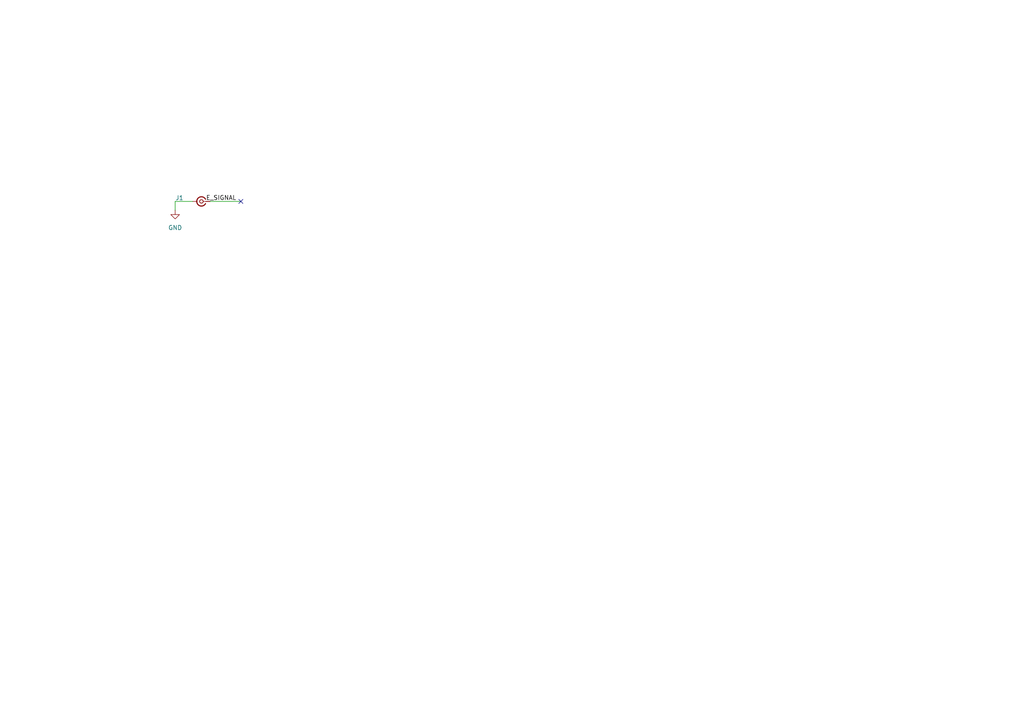
<source format=kicad_sch>
(kicad_sch
	(version 20250114)
	(generator "eeschema")
	(generator_version "9.0")
	(uuid "8a01695d-07f4-4022-890d-53f762312e93")
	(paper "A4")
	(lib_symbols
		(symbol "Connector:Conn_Coaxial_Small"
			(pin_numbers
				(hide yes)
			)
			(pin_names
				(offset 1.016)
				(hide yes)
			)
			(exclude_from_sim no)
			(in_bom yes)
			(on_board yes)
			(property "Reference" "J"
				(at 0.254 3.048 0)
				(effects
					(font
						(size 1.27 1.27)
					)
				)
			)
			(property "Value" "Conn_Coaxial_Small"
				(at 0 -3.81 0)
				(effects
					(font
						(size 1.27 1.27)
					)
				)
			)
			(property "Footprint" ""
				(at 0 0 0)
				(effects
					(font
						(size 1.27 1.27)
					)
					(hide yes)
				)
			)
			(property "Datasheet" "~"
				(at 0 0 0)
				(effects
					(font
						(size 1.27 1.27)
					)
					(hide yes)
				)
			)
			(property "Description" "small coaxial connector (BNC, SMA, SMB, SMC, Cinch/RCA, LEMO, ...)"
				(at 0 0 0)
				(effects
					(font
						(size 1.27 1.27)
					)
					(hide yes)
				)
			)
			(property "ki_keywords" "BNC SMA SMB SMC LEMO coaxial connector CINCH RCA MCX MMCX U.FL UMRF"
				(at 0 0 0)
				(effects
					(font
						(size 1.27 1.27)
					)
					(hide yes)
				)
			)
			(property "ki_fp_filters" "*BNC* *SMA* *SMB* *SMC* *Cinch* *LEMO* *UMRF* *MCX* *U.FL*"
				(at 0 0 0)
				(effects
					(font
						(size 1.27 1.27)
					)
					(hide yes)
				)
			)
			(symbol "Conn_Coaxial_Small_0_1"
				(polyline
					(pts
						(xy -2.54 0) (xy -0.508 0)
					)
					(stroke
						(width 0)
						(type default)
					)
					(fill
						(type none)
					)
				)
				(circle
					(center 0 0)
					(radius 0.508)
					(stroke
						(width 0.2032)
						(type default)
					)
					(fill
						(type none)
					)
				)
			)
			(symbol "Conn_Coaxial_Small_1_1"
				(arc
					(start 1.3484 0.0039)
					(mid 0.327 -1.308)
					(end -1.1916 -0.6311)
					(stroke
						(width 0.3048)
						(type default)
					)
					(fill
						(type none)
					)
				)
				(arc
					(start -1.1916 0.6311)
					(mid 0.327 1.3081)
					(end 1.3484 -0.0039)
					(stroke
						(width 0.3048)
						(type default)
					)
					(fill
						(type none)
					)
				)
				(pin passive line
					(at -2.54 0 0)
					(length 1.27)
					(name "In"
						(effects
							(font
								(size 1.27 1.27)
							)
						)
					)
					(number "1"
						(effects
							(font
								(size 1.27 1.27)
							)
						)
					)
				)
				(pin passive line
					(at 2.54 0 180)
					(length 1.27)
					(name "Ext"
						(effects
							(font
								(size 1.27 1.27)
							)
						)
					)
					(number "2"
						(effects
							(font
								(size 1.27 1.27)
							)
						)
					)
				)
			)
			(embedded_fonts no)
		)
		(symbol "power:GND"
			(power)
			(pin_numbers
				(hide yes)
			)
			(pin_names
				(offset 0)
				(hide yes)
			)
			(exclude_from_sim no)
			(in_bom yes)
			(on_board yes)
			(property "Reference" "#PWR"
				(at 0 -6.35 0)
				(effects
					(font
						(size 1.27 1.27)
					)
					(hide yes)
				)
			)
			(property "Value" "GND"
				(at 0 -3.81 0)
				(effects
					(font
						(size 1.27 1.27)
					)
				)
			)
			(property "Footprint" ""
				(at 0 0 0)
				(effects
					(font
						(size 1.27 1.27)
					)
					(hide yes)
				)
			)
			(property "Datasheet" ""
				(at 0 0 0)
				(effects
					(font
						(size 1.27 1.27)
					)
					(hide yes)
				)
			)
			(property "Description" "Power symbol creates a global label with name \"GND\" , ground"
				(at 0 0 0)
				(effects
					(font
						(size 1.27 1.27)
					)
					(hide yes)
				)
			)
			(property "ki_keywords" "global power"
				(at 0 0 0)
				(effects
					(font
						(size 1.27 1.27)
					)
					(hide yes)
				)
			)
			(symbol "GND_0_1"
				(polyline
					(pts
						(xy 0 0) (xy 0 -1.27) (xy 1.27 -1.27) (xy 0 -2.54) (xy -1.27 -1.27) (xy 0 -1.27)
					)
					(stroke
						(width 0)
						(type default)
					)
					(fill
						(type none)
					)
				)
			)
			(symbol "GND_1_1"
				(pin power_in line
					(at 0 0 270)
					(length 0)
					(name "~"
						(effects
							(font
								(size 1.27 1.27)
							)
						)
					)
					(number "1"
						(effects
							(font
								(size 1.27 1.27)
							)
						)
					)
				)
			)
			(embedded_fonts no)
		)
	)
	(no_connect
		(at 69.85 58.42)
		(uuid "49e5947d-1199-4989-b9cd-d34c2563765a")
	)
	(wire
		(pts
			(xy 55.88 58.42) (xy 50.8 58.42)
		)
		(stroke
			(width 0)
			(type default)
		)
		(uuid "61d94c41-d00e-466e-8ff5-e0486272ec7d")
	)
	(wire
		(pts
			(xy 50.8 58.42) (xy 50.8 60.96)
		)
		(stroke
			(width 0)
			(type default)
		)
		(uuid "9479710e-77af-4c2c-ba19-86ec6422f2cf")
	)
	(wire
		(pts
			(xy 69.85 58.42) (xy 60.96 58.42)
		)
		(stroke
			(width 0)
			(type default)
		)
		(uuid "bc776dfc-918e-4768-988a-6b553d984b1c")
	)
	(label "E_SIGNAL"
		(at 68.58 58.42 180)
		(effects
			(font
				(size 1.27 1.27)
			)
			(justify right bottom)
		)
		(uuid "555fa988-9e3b-4ca5-91ad-4a50470a6f97")
	)
	(symbol
		(lib_id "Connector:Conn_Coaxial_Small")
		(at 58.42 58.42 0)
		(mirror y)
		(unit 1)
		(exclude_from_sim no)
		(in_bom yes)
		(on_board yes)
		(dnp no)
		(uuid "1d7a561b-f4b5-4f67-b66d-3a2f920c4e6c")
		(property "Reference" "J1"
			(at 52.07 57.404 0)
			(effects
				(font
					(size 1.27 1.27)
				)
			)
		)
		(property "Value" "Conn_Coaxial_Small"
			(at 58.9396 54.61 0)
			(effects
				(font
					(size 1.27 1.27)
				)
				(hide yes)
			)
		)
		(property "Footprint" "Connector_Coaxial:SMA_Amphenol_132289_EdgeMount"
			(at 58.42 58.42 0)
			(effects
				(font
					(size 1.27 1.27)
				)
				(hide yes)
			)
		)
		(property "Datasheet" "~"
			(at 58.42 58.42 0)
			(effects
				(font
					(size 1.27 1.27)
				)
				(hide yes)
			)
		)
		(property "Description" "small coaxial connector (BNC, SMA, SMB, SMC, Cinch/RCA, LEMO, ...)"
			(at 58.42 58.42 0)
			(effects
				(font
					(size 1.27 1.27)
				)
				(hide yes)
			)
		)
		(pin "1"
			(uuid "28bf3225-1b41-40a8-ac2c-bedc115028c0")
		)
		(pin "2"
			(uuid "7c570676-349b-4088-aa33-29f6930745fd")
		)
		(instances
			(project ""
				(path "/8a01695d-07f4-4022-890d-53f762312e93"
					(reference "J1")
					(unit 1)
				)
			)
		)
	)
	(symbol
		(lib_id "power:GND")
		(at 50.8 60.96 0)
		(mirror y)
		(unit 1)
		(exclude_from_sim no)
		(in_bom yes)
		(on_board yes)
		(dnp no)
		(fields_autoplaced yes)
		(uuid "72563cb1-4f39-4959-bc95-d8e30196293a")
		(property "Reference" "#PWR01"
			(at 50.8 67.31 0)
			(effects
				(font
					(size 1.27 1.27)
				)
				(hide yes)
			)
		)
		(property "Value" "GND"
			(at 50.8 66.04 0)
			(effects
				(font
					(size 1.27 1.27)
				)
			)
		)
		(property "Footprint" ""
			(at 50.8 60.96 0)
			(effects
				(font
					(size 1.27 1.27)
				)
				(hide yes)
			)
		)
		(property "Datasheet" ""
			(at 50.8 60.96 0)
			(effects
				(font
					(size 1.27 1.27)
				)
				(hide yes)
			)
		)
		(property "Description" "Power symbol creates a global label with name \"GND\" , ground"
			(at 50.8 60.96 0)
			(effects
				(font
					(size 1.27 1.27)
				)
				(hide yes)
			)
		)
		(pin "1"
			(uuid "ae5fe922-9034-426f-aa11-b117c17356b0")
		)
		(instances
			(project ""
				(path "/8a01695d-07f4-4022-890d-53f762312e93"
					(reference "#PWR01")
					(unit 1)
				)
			)
		)
	)
	(sheet_instances
		(path "/"
			(page "1")
		)
	)
	(embedded_fonts no)
)

</source>
